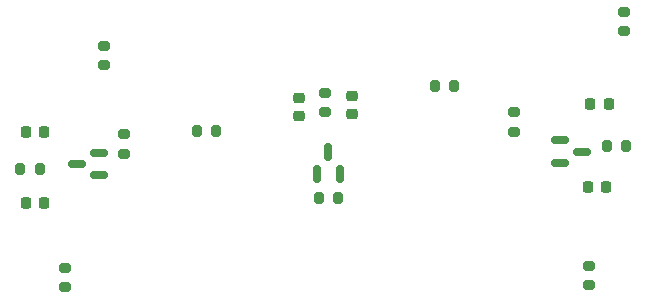
<source format=gbr>
%TF.GenerationSoftware,KiCad,Pcbnew,8.0.1*%
%TF.CreationDate,2024-03-24T19:01:41+02:00*%
%TF.ProjectId,PLLKAS005_EEE3088F,504c4c4b-4153-4303-9035-5f4545453330,V1.0*%
%TF.SameCoordinates,Original*%
%TF.FileFunction,Paste,Top*%
%TF.FilePolarity,Positive*%
%FSLAX46Y46*%
G04 Gerber Fmt 4.6, Leading zero omitted, Abs format (unit mm)*
G04 Created by KiCad (PCBNEW 8.0.1) date 2024-03-24 19:01:41*
%MOMM*%
%LPD*%
G01*
G04 APERTURE LIST*
G04 Aperture macros list*
%AMRoundRect*
0 Rectangle with rounded corners*
0 $1 Rounding radius*
0 $2 $3 $4 $5 $6 $7 $8 $9 X,Y pos of 4 corners*
0 Add a 4 corners polygon primitive as box body*
4,1,4,$2,$3,$4,$5,$6,$7,$8,$9,$2,$3,0*
0 Add four circle primitives for the rounded corners*
1,1,$1+$1,$2,$3*
1,1,$1+$1,$4,$5*
1,1,$1+$1,$6,$7*
1,1,$1+$1,$8,$9*
0 Add four rect primitives between the rounded corners*
20,1,$1+$1,$2,$3,$4,$5,0*
20,1,$1+$1,$4,$5,$6,$7,0*
20,1,$1+$1,$6,$7,$8,$9,0*
20,1,$1+$1,$8,$9,$2,$3,0*%
G04 Aperture macros list end*
%ADD10RoundRect,0.225000X-0.225000X-0.250000X0.225000X-0.250000X0.225000X0.250000X-0.225000X0.250000X0*%
%ADD11RoundRect,0.225000X-0.250000X0.225000X-0.250000X-0.225000X0.250000X-0.225000X0.250000X0.225000X0*%
%ADD12RoundRect,0.200000X0.275000X-0.200000X0.275000X0.200000X-0.275000X0.200000X-0.275000X-0.200000X0*%
%ADD13RoundRect,0.150000X-0.587500X-0.150000X0.587500X-0.150000X0.587500X0.150000X-0.587500X0.150000X0*%
%ADD14RoundRect,0.150000X0.587500X0.150000X-0.587500X0.150000X-0.587500X-0.150000X0.587500X-0.150000X0*%
%ADD15RoundRect,0.200000X-0.275000X0.200000X-0.275000X-0.200000X0.275000X-0.200000X0.275000X0.200000X0*%
%ADD16RoundRect,0.200000X-0.200000X-0.275000X0.200000X-0.275000X0.200000X0.275000X-0.200000X0.275000X0*%
%ADD17RoundRect,0.150000X0.150000X-0.587500X0.150000X0.587500X-0.150000X0.587500X-0.150000X-0.587500X0*%
%ADD18RoundRect,0.200000X0.200000X0.275000X-0.200000X0.275000X-0.200000X-0.275000X0.200000X-0.275000X0*%
G04 APERTURE END LIST*
D10*
%TO.C,C2*%
X124350000Y-119350000D03*
X125900000Y-119350000D03*
%TD*%
%TO.C,C1*%
X124350000Y-113350000D03*
X125900000Y-113350000D03*
%TD*%
D11*
%TO.C,C6*%
X147450000Y-110475000D03*
X147450000Y-112025000D03*
%TD*%
D12*
%TO.C,R6*%
X149625000Y-111675000D03*
X149625000Y-110025000D03*
%TD*%
D13*
%TO.C,Q6*%
X169562500Y-114050000D03*
X169562500Y-115950000D03*
X171437500Y-115000000D03*
%TD*%
D12*
%TO.C,R10*%
X165675000Y-113325000D03*
X165675000Y-111675000D03*
%TD*%
D14*
%TO.C,Q2*%
X130500000Y-117000000D03*
X130500000Y-115100000D03*
X128625000Y-116050000D03*
%TD*%
D15*
%TO.C,R4*%
X127625000Y-124825000D03*
X127625000Y-126475000D03*
%TD*%
D16*
%TO.C,R9*%
X158950000Y-109462500D03*
X160600000Y-109462500D03*
%TD*%
D10*
%TO.C,C4*%
X171900000Y-118000000D03*
X173450000Y-118000000D03*
%TD*%
%TO.C,C3*%
X172125000Y-111000000D03*
X173675000Y-111000000D03*
%TD*%
D17*
%TO.C,Q5*%
X149000000Y-116900000D03*
X150900000Y-116900000D03*
X149950000Y-115025000D03*
%TD*%
D15*
%TO.C,R11*%
X172000000Y-124675000D03*
X172000000Y-126325000D03*
%TD*%
D12*
%TO.C,R12*%
X175000000Y-104825000D03*
X175000000Y-103175000D03*
%TD*%
D11*
%TO.C,C5*%
X151950000Y-110250000D03*
X151950000Y-111800000D03*
%TD*%
D16*
%TO.C,R5*%
X173525000Y-114500000D03*
X175175000Y-114500000D03*
%TD*%
%TO.C,R1*%
X123850000Y-116500000D03*
X125500000Y-116500000D03*
%TD*%
D18*
%TO.C,R7*%
X150775000Y-118962500D03*
X149125000Y-118962500D03*
%TD*%
D12*
%TO.C,R3*%
X130925000Y-107675000D03*
X130925000Y-106025000D03*
%TD*%
%TO.C,R2*%
X132625000Y-115175000D03*
X132625000Y-113525000D03*
%TD*%
D16*
%TO.C,R8*%
X138800000Y-113262500D03*
X140450000Y-113262500D03*
%TD*%
M02*

</source>
